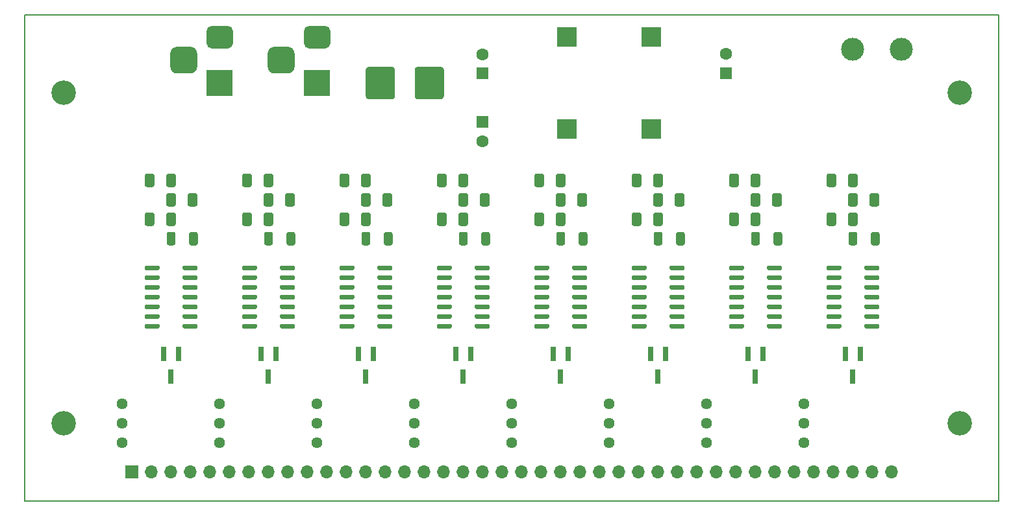
<source format=gbr>
G04 #@! TF.GenerationSoftware,KiCad,Pcbnew,5.1.8+dfsg1-1+b1*
G04 #@! TF.CreationDate,2021-07-09T11:11:43-05:00*
G04 #@! TF.ProjectId,potentiosynth,706f7465-6e74-4696-9f73-796e74682e6b,B*
G04 #@! TF.SameCoordinates,Original*
G04 #@! TF.FileFunction,Soldermask,Top*
G04 #@! TF.FilePolarity,Negative*
%FSLAX46Y46*%
G04 Gerber Fmt 4.6, Leading zero omitted, Abs format (unit mm)*
G04 Created by KiCad (PCBNEW 5.1.8+dfsg1-1+b1) date 2021-07-09 11:11:43*
%MOMM*%
%LPD*%
G01*
G04 APERTURE LIST*
G04 #@! TA.AperFunction,Profile*
%ADD10C,0.150000*%
G04 #@! TD*
%ADD11R,2.500000X2.500000*%
%ADD12C,1.440000*%
%ADD13R,0.800000X1.900000*%
%ADD14R,3.500000X3.500000*%
%ADD15C,3.200000*%
%ADD16O,1.700000X1.700000*%
%ADD17R,1.700000X1.700000*%
%ADD18C,3.000000*%
%ADD19C,1.600000*%
%ADD20R,1.600000X1.600000*%
G04 APERTURE END LIST*
D10*
X50800000Y-127000000D02*
X177800000Y-127000000D01*
X50800000Y-63500000D02*
X177800000Y-63500000D01*
X50800000Y-127000000D02*
X50800000Y-63500000D01*
X177800000Y-127000000D02*
X177800000Y-63500000D01*
G36*
G01*
X95237300Y-74129900D02*
X95237300Y-70650100D01*
G75*
G02*
X95618300Y-70269100I381000J0D01*
G01*
X98666300Y-70269100D01*
G75*
G02*
X99047300Y-70650100I0J-381000D01*
G01*
X99047300Y-74129900D01*
G75*
G02*
X98666300Y-74510900I-381000J0D01*
G01*
X95618300Y-74510900D01*
G75*
G02*
X95237300Y-74129900I0J381000D01*
G01*
G37*
G36*
G01*
X101612700Y-74129900D02*
X101612700Y-70650100D01*
G75*
G02*
X101993700Y-70269100I381000J0D01*
G01*
X105041700Y-70269100D01*
G75*
G02*
X105422700Y-70650100I0J-381000D01*
G01*
X105422700Y-74129900D01*
G75*
G02*
X105041700Y-74510900I-381000J0D01*
G01*
X101993700Y-74510900D01*
G75*
G02*
X101612700Y-74129900I0J381000D01*
G01*
G37*
G36*
G01*
X160250000Y-96670000D02*
X160250000Y-96370000D01*
G75*
G02*
X160400000Y-96220000I150000J0D01*
G01*
X162050000Y-96220000D01*
G75*
G02*
X162200000Y-96370000I0J-150000D01*
G01*
X162200000Y-96670000D01*
G75*
G02*
X162050000Y-96820000I-150000J0D01*
G01*
X160400000Y-96820000D01*
G75*
G02*
X160250000Y-96670000I0J150000D01*
G01*
G37*
G36*
G01*
X160250000Y-97940000D02*
X160250000Y-97640000D01*
G75*
G02*
X160400000Y-97490000I150000J0D01*
G01*
X162050000Y-97490000D01*
G75*
G02*
X162200000Y-97640000I0J-150000D01*
G01*
X162200000Y-97940000D01*
G75*
G02*
X162050000Y-98090000I-150000J0D01*
G01*
X160400000Y-98090000D01*
G75*
G02*
X160250000Y-97940000I0J150000D01*
G01*
G37*
G36*
G01*
X160250000Y-99210000D02*
X160250000Y-98910000D01*
G75*
G02*
X160400000Y-98760000I150000J0D01*
G01*
X162050000Y-98760000D01*
G75*
G02*
X162200000Y-98910000I0J-150000D01*
G01*
X162200000Y-99210000D01*
G75*
G02*
X162050000Y-99360000I-150000J0D01*
G01*
X160400000Y-99360000D01*
G75*
G02*
X160250000Y-99210000I0J150000D01*
G01*
G37*
G36*
G01*
X160250000Y-100480000D02*
X160250000Y-100180000D01*
G75*
G02*
X160400000Y-100030000I150000J0D01*
G01*
X162050000Y-100030000D01*
G75*
G02*
X162200000Y-100180000I0J-150000D01*
G01*
X162200000Y-100480000D01*
G75*
G02*
X162050000Y-100630000I-150000J0D01*
G01*
X160400000Y-100630000D01*
G75*
G02*
X160250000Y-100480000I0J150000D01*
G01*
G37*
G36*
G01*
X160250000Y-101750000D02*
X160250000Y-101450000D01*
G75*
G02*
X160400000Y-101300000I150000J0D01*
G01*
X162050000Y-101300000D01*
G75*
G02*
X162200000Y-101450000I0J-150000D01*
G01*
X162200000Y-101750000D01*
G75*
G02*
X162050000Y-101900000I-150000J0D01*
G01*
X160400000Y-101900000D01*
G75*
G02*
X160250000Y-101750000I0J150000D01*
G01*
G37*
G36*
G01*
X160250000Y-103020000D02*
X160250000Y-102720000D01*
G75*
G02*
X160400000Y-102570000I150000J0D01*
G01*
X162050000Y-102570000D01*
G75*
G02*
X162200000Y-102720000I0J-150000D01*
G01*
X162200000Y-103020000D01*
G75*
G02*
X162050000Y-103170000I-150000J0D01*
G01*
X160400000Y-103170000D01*
G75*
G02*
X160250000Y-103020000I0J150000D01*
G01*
G37*
G36*
G01*
X160250000Y-104290000D02*
X160250000Y-103990000D01*
G75*
G02*
X160400000Y-103840000I150000J0D01*
G01*
X162050000Y-103840000D01*
G75*
G02*
X162200000Y-103990000I0J-150000D01*
G01*
X162200000Y-104290000D01*
G75*
G02*
X162050000Y-104440000I-150000J0D01*
G01*
X160400000Y-104440000D01*
G75*
G02*
X160250000Y-104290000I0J150000D01*
G01*
G37*
G36*
G01*
X155300000Y-104290000D02*
X155300000Y-103990000D01*
G75*
G02*
X155450000Y-103840000I150000J0D01*
G01*
X157100000Y-103840000D01*
G75*
G02*
X157250000Y-103990000I0J-150000D01*
G01*
X157250000Y-104290000D01*
G75*
G02*
X157100000Y-104440000I-150000J0D01*
G01*
X155450000Y-104440000D01*
G75*
G02*
X155300000Y-104290000I0J150000D01*
G01*
G37*
G36*
G01*
X155300000Y-103020000D02*
X155300000Y-102720000D01*
G75*
G02*
X155450000Y-102570000I150000J0D01*
G01*
X157100000Y-102570000D01*
G75*
G02*
X157250000Y-102720000I0J-150000D01*
G01*
X157250000Y-103020000D01*
G75*
G02*
X157100000Y-103170000I-150000J0D01*
G01*
X155450000Y-103170000D01*
G75*
G02*
X155300000Y-103020000I0J150000D01*
G01*
G37*
G36*
G01*
X155300000Y-101750000D02*
X155300000Y-101450000D01*
G75*
G02*
X155450000Y-101300000I150000J0D01*
G01*
X157100000Y-101300000D01*
G75*
G02*
X157250000Y-101450000I0J-150000D01*
G01*
X157250000Y-101750000D01*
G75*
G02*
X157100000Y-101900000I-150000J0D01*
G01*
X155450000Y-101900000D01*
G75*
G02*
X155300000Y-101750000I0J150000D01*
G01*
G37*
G36*
G01*
X155300000Y-100480000D02*
X155300000Y-100180000D01*
G75*
G02*
X155450000Y-100030000I150000J0D01*
G01*
X157100000Y-100030000D01*
G75*
G02*
X157250000Y-100180000I0J-150000D01*
G01*
X157250000Y-100480000D01*
G75*
G02*
X157100000Y-100630000I-150000J0D01*
G01*
X155450000Y-100630000D01*
G75*
G02*
X155300000Y-100480000I0J150000D01*
G01*
G37*
G36*
G01*
X155300000Y-99210000D02*
X155300000Y-98910000D01*
G75*
G02*
X155450000Y-98760000I150000J0D01*
G01*
X157100000Y-98760000D01*
G75*
G02*
X157250000Y-98910000I0J-150000D01*
G01*
X157250000Y-99210000D01*
G75*
G02*
X157100000Y-99360000I-150000J0D01*
G01*
X155450000Y-99360000D01*
G75*
G02*
X155300000Y-99210000I0J150000D01*
G01*
G37*
G36*
G01*
X155300000Y-97940000D02*
X155300000Y-97640000D01*
G75*
G02*
X155450000Y-97490000I150000J0D01*
G01*
X157100000Y-97490000D01*
G75*
G02*
X157250000Y-97640000I0J-150000D01*
G01*
X157250000Y-97940000D01*
G75*
G02*
X157100000Y-98090000I-150000J0D01*
G01*
X155450000Y-98090000D01*
G75*
G02*
X155300000Y-97940000I0J150000D01*
G01*
G37*
G36*
G01*
X155300000Y-96670000D02*
X155300000Y-96370000D01*
G75*
G02*
X155450000Y-96220000I150000J0D01*
G01*
X157100000Y-96220000D01*
G75*
G02*
X157250000Y-96370000I0J-150000D01*
G01*
X157250000Y-96670000D01*
G75*
G02*
X157100000Y-96820000I-150000J0D01*
G01*
X155450000Y-96820000D01*
G75*
G02*
X155300000Y-96670000I0J150000D01*
G01*
G37*
G36*
G01*
X147550000Y-96670000D02*
X147550000Y-96370000D01*
G75*
G02*
X147700000Y-96220000I150000J0D01*
G01*
X149350000Y-96220000D01*
G75*
G02*
X149500000Y-96370000I0J-150000D01*
G01*
X149500000Y-96670000D01*
G75*
G02*
X149350000Y-96820000I-150000J0D01*
G01*
X147700000Y-96820000D01*
G75*
G02*
X147550000Y-96670000I0J150000D01*
G01*
G37*
G36*
G01*
X147550000Y-97940000D02*
X147550000Y-97640000D01*
G75*
G02*
X147700000Y-97490000I150000J0D01*
G01*
X149350000Y-97490000D01*
G75*
G02*
X149500000Y-97640000I0J-150000D01*
G01*
X149500000Y-97940000D01*
G75*
G02*
X149350000Y-98090000I-150000J0D01*
G01*
X147700000Y-98090000D01*
G75*
G02*
X147550000Y-97940000I0J150000D01*
G01*
G37*
G36*
G01*
X147550000Y-99210000D02*
X147550000Y-98910000D01*
G75*
G02*
X147700000Y-98760000I150000J0D01*
G01*
X149350000Y-98760000D01*
G75*
G02*
X149500000Y-98910000I0J-150000D01*
G01*
X149500000Y-99210000D01*
G75*
G02*
X149350000Y-99360000I-150000J0D01*
G01*
X147700000Y-99360000D01*
G75*
G02*
X147550000Y-99210000I0J150000D01*
G01*
G37*
G36*
G01*
X147550000Y-100480000D02*
X147550000Y-100180000D01*
G75*
G02*
X147700000Y-100030000I150000J0D01*
G01*
X149350000Y-100030000D01*
G75*
G02*
X149500000Y-100180000I0J-150000D01*
G01*
X149500000Y-100480000D01*
G75*
G02*
X149350000Y-100630000I-150000J0D01*
G01*
X147700000Y-100630000D01*
G75*
G02*
X147550000Y-100480000I0J150000D01*
G01*
G37*
G36*
G01*
X147550000Y-101750000D02*
X147550000Y-101450000D01*
G75*
G02*
X147700000Y-101300000I150000J0D01*
G01*
X149350000Y-101300000D01*
G75*
G02*
X149500000Y-101450000I0J-150000D01*
G01*
X149500000Y-101750000D01*
G75*
G02*
X149350000Y-101900000I-150000J0D01*
G01*
X147700000Y-101900000D01*
G75*
G02*
X147550000Y-101750000I0J150000D01*
G01*
G37*
G36*
G01*
X147550000Y-103020000D02*
X147550000Y-102720000D01*
G75*
G02*
X147700000Y-102570000I150000J0D01*
G01*
X149350000Y-102570000D01*
G75*
G02*
X149500000Y-102720000I0J-150000D01*
G01*
X149500000Y-103020000D01*
G75*
G02*
X149350000Y-103170000I-150000J0D01*
G01*
X147700000Y-103170000D01*
G75*
G02*
X147550000Y-103020000I0J150000D01*
G01*
G37*
G36*
G01*
X147550000Y-104290000D02*
X147550000Y-103990000D01*
G75*
G02*
X147700000Y-103840000I150000J0D01*
G01*
X149350000Y-103840000D01*
G75*
G02*
X149500000Y-103990000I0J-150000D01*
G01*
X149500000Y-104290000D01*
G75*
G02*
X149350000Y-104440000I-150000J0D01*
G01*
X147700000Y-104440000D01*
G75*
G02*
X147550000Y-104290000I0J150000D01*
G01*
G37*
G36*
G01*
X142600000Y-104290000D02*
X142600000Y-103990000D01*
G75*
G02*
X142750000Y-103840000I150000J0D01*
G01*
X144400000Y-103840000D01*
G75*
G02*
X144550000Y-103990000I0J-150000D01*
G01*
X144550000Y-104290000D01*
G75*
G02*
X144400000Y-104440000I-150000J0D01*
G01*
X142750000Y-104440000D01*
G75*
G02*
X142600000Y-104290000I0J150000D01*
G01*
G37*
G36*
G01*
X142600000Y-103020000D02*
X142600000Y-102720000D01*
G75*
G02*
X142750000Y-102570000I150000J0D01*
G01*
X144400000Y-102570000D01*
G75*
G02*
X144550000Y-102720000I0J-150000D01*
G01*
X144550000Y-103020000D01*
G75*
G02*
X144400000Y-103170000I-150000J0D01*
G01*
X142750000Y-103170000D01*
G75*
G02*
X142600000Y-103020000I0J150000D01*
G01*
G37*
G36*
G01*
X142600000Y-101750000D02*
X142600000Y-101450000D01*
G75*
G02*
X142750000Y-101300000I150000J0D01*
G01*
X144400000Y-101300000D01*
G75*
G02*
X144550000Y-101450000I0J-150000D01*
G01*
X144550000Y-101750000D01*
G75*
G02*
X144400000Y-101900000I-150000J0D01*
G01*
X142750000Y-101900000D01*
G75*
G02*
X142600000Y-101750000I0J150000D01*
G01*
G37*
G36*
G01*
X142600000Y-100480000D02*
X142600000Y-100180000D01*
G75*
G02*
X142750000Y-100030000I150000J0D01*
G01*
X144400000Y-100030000D01*
G75*
G02*
X144550000Y-100180000I0J-150000D01*
G01*
X144550000Y-100480000D01*
G75*
G02*
X144400000Y-100630000I-150000J0D01*
G01*
X142750000Y-100630000D01*
G75*
G02*
X142600000Y-100480000I0J150000D01*
G01*
G37*
G36*
G01*
X142600000Y-99210000D02*
X142600000Y-98910000D01*
G75*
G02*
X142750000Y-98760000I150000J0D01*
G01*
X144400000Y-98760000D01*
G75*
G02*
X144550000Y-98910000I0J-150000D01*
G01*
X144550000Y-99210000D01*
G75*
G02*
X144400000Y-99360000I-150000J0D01*
G01*
X142750000Y-99360000D01*
G75*
G02*
X142600000Y-99210000I0J150000D01*
G01*
G37*
G36*
G01*
X142600000Y-97940000D02*
X142600000Y-97640000D01*
G75*
G02*
X142750000Y-97490000I150000J0D01*
G01*
X144400000Y-97490000D01*
G75*
G02*
X144550000Y-97640000I0J-150000D01*
G01*
X144550000Y-97940000D01*
G75*
G02*
X144400000Y-98090000I-150000J0D01*
G01*
X142750000Y-98090000D01*
G75*
G02*
X142600000Y-97940000I0J150000D01*
G01*
G37*
G36*
G01*
X142600000Y-96670000D02*
X142600000Y-96370000D01*
G75*
G02*
X142750000Y-96220000I150000J0D01*
G01*
X144400000Y-96220000D01*
G75*
G02*
X144550000Y-96370000I0J-150000D01*
G01*
X144550000Y-96670000D01*
G75*
G02*
X144400000Y-96820000I-150000J0D01*
G01*
X142750000Y-96820000D01*
G75*
G02*
X142600000Y-96670000I0J150000D01*
G01*
G37*
G36*
G01*
X134850000Y-96670000D02*
X134850000Y-96370000D01*
G75*
G02*
X135000000Y-96220000I150000J0D01*
G01*
X136650000Y-96220000D01*
G75*
G02*
X136800000Y-96370000I0J-150000D01*
G01*
X136800000Y-96670000D01*
G75*
G02*
X136650000Y-96820000I-150000J0D01*
G01*
X135000000Y-96820000D01*
G75*
G02*
X134850000Y-96670000I0J150000D01*
G01*
G37*
G36*
G01*
X134850000Y-97940000D02*
X134850000Y-97640000D01*
G75*
G02*
X135000000Y-97490000I150000J0D01*
G01*
X136650000Y-97490000D01*
G75*
G02*
X136800000Y-97640000I0J-150000D01*
G01*
X136800000Y-97940000D01*
G75*
G02*
X136650000Y-98090000I-150000J0D01*
G01*
X135000000Y-98090000D01*
G75*
G02*
X134850000Y-97940000I0J150000D01*
G01*
G37*
G36*
G01*
X134850000Y-99210000D02*
X134850000Y-98910000D01*
G75*
G02*
X135000000Y-98760000I150000J0D01*
G01*
X136650000Y-98760000D01*
G75*
G02*
X136800000Y-98910000I0J-150000D01*
G01*
X136800000Y-99210000D01*
G75*
G02*
X136650000Y-99360000I-150000J0D01*
G01*
X135000000Y-99360000D01*
G75*
G02*
X134850000Y-99210000I0J150000D01*
G01*
G37*
G36*
G01*
X134850000Y-100480000D02*
X134850000Y-100180000D01*
G75*
G02*
X135000000Y-100030000I150000J0D01*
G01*
X136650000Y-100030000D01*
G75*
G02*
X136800000Y-100180000I0J-150000D01*
G01*
X136800000Y-100480000D01*
G75*
G02*
X136650000Y-100630000I-150000J0D01*
G01*
X135000000Y-100630000D01*
G75*
G02*
X134850000Y-100480000I0J150000D01*
G01*
G37*
G36*
G01*
X134850000Y-101750000D02*
X134850000Y-101450000D01*
G75*
G02*
X135000000Y-101300000I150000J0D01*
G01*
X136650000Y-101300000D01*
G75*
G02*
X136800000Y-101450000I0J-150000D01*
G01*
X136800000Y-101750000D01*
G75*
G02*
X136650000Y-101900000I-150000J0D01*
G01*
X135000000Y-101900000D01*
G75*
G02*
X134850000Y-101750000I0J150000D01*
G01*
G37*
G36*
G01*
X134850000Y-103020000D02*
X134850000Y-102720000D01*
G75*
G02*
X135000000Y-102570000I150000J0D01*
G01*
X136650000Y-102570000D01*
G75*
G02*
X136800000Y-102720000I0J-150000D01*
G01*
X136800000Y-103020000D01*
G75*
G02*
X136650000Y-103170000I-150000J0D01*
G01*
X135000000Y-103170000D01*
G75*
G02*
X134850000Y-103020000I0J150000D01*
G01*
G37*
G36*
G01*
X134850000Y-104290000D02*
X134850000Y-103990000D01*
G75*
G02*
X135000000Y-103840000I150000J0D01*
G01*
X136650000Y-103840000D01*
G75*
G02*
X136800000Y-103990000I0J-150000D01*
G01*
X136800000Y-104290000D01*
G75*
G02*
X136650000Y-104440000I-150000J0D01*
G01*
X135000000Y-104440000D01*
G75*
G02*
X134850000Y-104290000I0J150000D01*
G01*
G37*
G36*
G01*
X129900000Y-104290000D02*
X129900000Y-103990000D01*
G75*
G02*
X130050000Y-103840000I150000J0D01*
G01*
X131700000Y-103840000D01*
G75*
G02*
X131850000Y-103990000I0J-150000D01*
G01*
X131850000Y-104290000D01*
G75*
G02*
X131700000Y-104440000I-150000J0D01*
G01*
X130050000Y-104440000D01*
G75*
G02*
X129900000Y-104290000I0J150000D01*
G01*
G37*
G36*
G01*
X129900000Y-103020000D02*
X129900000Y-102720000D01*
G75*
G02*
X130050000Y-102570000I150000J0D01*
G01*
X131700000Y-102570000D01*
G75*
G02*
X131850000Y-102720000I0J-150000D01*
G01*
X131850000Y-103020000D01*
G75*
G02*
X131700000Y-103170000I-150000J0D01*
G01*
X130050000Y-103170000D01*
G75*
G02*
X129900000Y-103020000I0J150000D01*
G01*
G37*
G36*
G01*
X129900000Y-101750000D02*
X129900000Y-101450000D01*
G75*
G02*
X130050000Y-101300000I150000J0D01*
G01*
X131700000Y-101300000D01*
G75*
G02*
X131850000Y-101450000I0J-150000D01*
G01*
X131850000Y-101750000D01*
G75*
G02*
X131700000Y-101900000I-150000J0D01*
G01*
X130050000Y-101900000D01*
G75*
G02*
X129900000Y-101750000I0J150000D01*
G01*
G37*
G36*
G01*
X129900000Y-100480000D02*
X129900000Y-100180000D01*
G75*
G02*
X130050000Y-100030000I150000J0D01*
G01*
X131700000Y-100030000D01*
G75*
G02*
X131850000Y-100180000I0J-150000D01*
G01*
X131850000Y-100480000D01*
G75*
G02*
X131700000Y-100630000I-150000J0D01*
G01*
X130050000Y-100630000D01*
G75*
G02*
X129900000Y-100480000I0J150000D01*
G01*
G37*
G36*
G01*
X129900000Y-99210000D02*
X129900000Y-98910000D01*
G75*
G02*
X130050000Y-98760000I150000J0D01*
G01*
X131700000Y-98760000D01*
G75*
G02*
X131850000Y-98910000I0J-150000D01*
G01*
X131850000Y-99210000D01*
G75*
G02*
X131700000Y-99360000I-150000J0D01*
G01*
X130050000Y-99360000D01*
G75*
G02*
X129900000Y-99210000I0J150000D01*
G01*
G37*
G36*
G01*
X129900000Y-97940000D02*
X129900000Y-97640000D01*
G75*
G02*
X130050000Y-97490000I150000J0D01*
G01*
X131700000Y-97490000D01*
G75*
G02*
X131850000Y-97640000I0J-150000D01*
G01*
X131850000Y-97940000D01*
G75*
G02*
X131700000Y-98090000I-150000J0D01*
G01*
X130050000Y-98090000D01*
G75*
G02*
X129900000Y-97940000I0J150000D01*
G01*
G37*
G36*
G01*
X129900000Y-96670000D02*
X129900000Y-96370000D01*
G75*
G02*
X130050000Y-96220000I150000J0D01*
G01*
X131700000Y-96220000D01*
G75*
G02*
X131850000Y-96370000I0J-150000D01*
G01*
X131850000Y-96670000D01*
G75*
G02*
X131700000Y-96820000I-150000J0D01*
G01*
X130050000Y-96820000D01*
G75*
G02*
X129900000Y-96670000I0J150000D01*
G01*
G37*
G36*
G01*
X122150000Y-96670000D02*
X122150000Y-96370000D01*
G75*
G02*
X122300000Y-96220000I150000J0D01*
G01*
X123950000Y-96220000D01*
G75*
G02*
X124100000Y-96370000I0J-150000D01*
G01*
X124100000Y-96670000D01*
G75*
G02*
X123950000Y-96820000I-150000J0D01*
G01*
X122300000Y-96820000D01*
G75*
G02*
X122150000Y-96670000I0J150000D01*
G01*
G37*
G36*
G01*
X122150000Y-97940000D02*
X122150000Y-97640000D01*
G75*
G02*
X122300000Y-97490000I150000J0D01*
G01*
X123950000Y-97490000D01*
G75*
G02*
X124100000Y-97640000I0J-150000D01*
G01*
X124100000Y-97940000D01*
G75*
G02*
X123950000Y-98090000I-150000J0D01*
G01*
X122300000Y-98090000D01*
G75*
G02*
X122150000Y-97940000I0J150000D01*
G01*
G37*
G36*
G01*
X122150000Y-99210000D02*
X122150000Y-98910000D01*
G75*
G02*
X122300000Y-98760000I150000J0D01*
G01*
X123950000Y-98760000D01*
G75*
G02*
X124100000Y-98910000I0J-150000D01*
G01*
X124100000Y-99210000D01*
G75*
G02*
X123950000Y-99360000I-150000J0D01*
G01*
X122300000Y-99360000D01*
G75*
G02*
X122150000Y-99210000I0J150000D01*
G01*
G37*
G36*
G01*
X122150000Y-100480000D02*
X122150000Y-100180000D01*
G75*
G02*
X122300000Y-100030000I150000J0D01*
G01*
X123950000Y-100030000D01*
G75*
G02*
X124100000Y-100180000I0J-150000D01*
G01*
X124100000Y-100480000D01*
G75*
G02*
X123950000Y-100630000I-150000J0D01*
G01*
X122300000Y-100630000D01*
G75*
G02*
X122150000Y-100480000I0J150000D01*
G01*
G37*
G36*
G01*
X122150000Y-101750000D02*
X122150000Y-101450000D01*
G75*
G02*
X122300000Y-101300000I150000J0D01*
G01*
X123950000Y-101300000D01*
G75*
G02*
X124100000Y-101450000I0J-150000D01*
G01*
X124100000Y-101750000D01*
G75*
G02*
X123950000Y-101900000I-150000J0D01*
G01*
X122300000Y-101900000D01*
G75*
G02*
X122150000Y-101750000I0J150000D01*
G01*
G37*
G36*
G01*
X122150000Y-103020000D02*
X122150000Y-102720000D01*
G75*
G02*
X122300000Y-102570000I150000J0D01*
G01*
X123950000Y-102570000D01*
G75*
G02*
X124100000Y-102720000I0J-150000D01*
G01*
X124100000Y-103020000D01*
G75*
G02*
X123950000Y-103170000I-150000J0D01*
G01*
X122300000Y-103170000D01*
G75*
G02*
X122150000Y-103020000I0J150000D01*
G01*
G37*
G36*
G01*
X122150000Y-104290000D02*
X122150000Y-103990000D01*
G75*
G02*
X122300000Y-103840000I150000J0D01*
G01*
X123950000Y-103840000D01*
G75*
G02*
X124100000Y-103990000I0J-150000D01*
G01*
X124100000Y-104290000D01*
G75*
G02*
X123950000Y-104440000I-150000J0D01*
G01*
X122300000Y-104440000D01*
G75*
G02*
X122150000Y-104290000I0J150000D01*
G01*
G37*
G36*
G01*
X117200000Y-104290000D02*
X117200000Y-103990000D01*
G75*
G02*
X117350000Y-103840000I150000J0D01*
G01*
X119000000Y-103840000D01*
G75*
G02*
X119150000Y-103990000I0J-150000D01*
G01*
X119150000Y-104290000D01*
G75*
G02*
X119000000Y-104440000I-150000J0D01*
G01*
X117350000Y-104440000D01*
G75*
G02*
X117200000Y-104290000I0J150000D01*
G01*
G37*
G36*
G01*
X117200000Y-103020000D02*
X117200000Y-102720000D01*
G75*
G02*
X117350000Y-102570000I150000J0D01*
G01*
X119000000Y-102570000D01*
G75*
G02*
X119150000Y-102720000I0J-150000D01*
G01*
X119150000Y-103020000D01*
G75*
G02*
X119000000Y-103170000I-150000J0D01*
G01*
X117350000Y-103170000D01*
G75*
G02*
X117200000Y-103020000I0J150000D01*
G01*
G37*
G36*
G01*
X117200000Y-101750000D02*
X117200000Y-101450000D01*
G75*
G02*
X117350000Y-101300000I150000J0D01*
G01*
X119000000Y-101300000D01*
G75*
G02*
X119150000Y-101450000I0J-150000D01*
G01*
X119150000Y-101750000D01*
G75*
G02*
X119000000Y-101900000I-150000J0D01*
G01*
X117350000Y-101900000D01*
G75*
G02*
X117200000Y-101750000I0J150000D01*
G01*
G37*
G36*
G01*
X117200000Y-100480000D02*
X117200000Y-100180000D01*
G75*
G02*
X117350000Y-100030000I150000J0D01*
G01*
X119000000Y-100030000D01*
G75*
G02*
X119150000Y-100180000I0J-150000D01*
G01*
X119150000Y-100480000D01*
G75*
G02*
X119000000Y-100630000I-150000J0D01*
G01*
X117350000Y-100630000D01*
G75*
G02*
X117200000Y-100480000I0J150000D01*
G01*
G37*
G36*
G01*
X117200000Y-99210000D02*
X117200000Y-98910000D01*
G75*
G02*
X117350000Y-98760000I150000J0D01*
G01*
X119000000Y-98760000D01*
G75*
G02*
X119150000Y-98910000I0J-150000D01*
G01*
X119150000Y-99210000D01*
G75*
G02*
X119000000Y-99360000I-150000J0D01*
G01*
X117350000Y-99360000D01*
G75*
G02*
X117200000Y-99210000I0J150000D01*
G01*
G37*
G36*
G01*
X117200000Y-97940000D02*
X117200000Y-97640000D01*
G75*
G02*
X117350000Y-97490000I150000J0D01*
G01*
X119000000Y-97490000D01*
G75*
G02*
X119150000Y-97640000I0J-150000D01*
G01*
X119150000Y-97940000D01*
G75*
G02*
X119000000Y-98090000I-150000J0D01*
G01*
X117350000Y-98090000D01*
G75*
G02*
X117200000Y-97940000I0J150000D01*
G01*
G37*
G36*
G01*
X117200000Y-96670000D02*
X117200000Y-96370000D01*
G75*
G02*
X117350000Y-96220000I150000J0D01*
G01*
X119000000Y-96220000D01*
G75*
G02*
X119150000Y-96370000I0J-150000D01*
G01*
X119150000Y-96670000D01*
G75*
G02*
X119000000Y-96820000I-150000J0D01*
G01*
X117350000Y-96820000D01*
G75*
G02*
X117200000Y-96670000I0J150000D01*
G01*
G37*
G36*
G01*
X109450000Y-96670000D02*
X109450000Y-96370000D01*
G75*
G02*
X109600000Y-96220000I150000J0D01*
G01*
X111250000Y-96220000D01*
G75*
G02*
X111400000Y-96370000I0J-150000D01*
G01*
X111400000Y-96670000D01*
G75*
G02*
X111250000Y-96820000I-150000J0D01*
G01*
X109600000Y-96820000D01*
G75*
G02*
X109450000Y-96670000I0J150000D01*
G01*
G37*
G36*
G01*
X109450000Y-97940000D02*
X109450000Y-97640000D01*
G75*
G02*
X109600000Y-97490000I150000J0D01*
G01*
X111250000Y-97490000D01*
G75*
G02*
X111400000Y-97640000I0J-150000D01*
G01*
X111400000Y-97940000D01*
G75*
G02*
X111250000Y-98090000I-150000J0D01*
G01*
X109600000Y-98090000D01*
G75*
G02*
X109450000Y-97940000I0J150000D01*
G01*
G37*
G36*
G01*
X109450000Y-99210000D02*
X109450000Y-98910000D01*
G75*
G02*
X109600000Y-98760000I150000J0D01*
G01*
X111250000Y-98760000D01*
G75*
G02*
X111400000Y-98910000I0J-150000D01*
G01*
X111400000Y-99210000D01*
G75*
G02*
X111250000Y-99360000I-150000J0D01*
G01*
X109600000Y-99360000D01*
G75*
G02*
X109450000Y-99210000I0J150000D01*
G01*
G37*
G36*
G01*
X109450000Y-100480000D02*
X109450000Y-100180000D01*
G75*
G02*
X109600000Y-100030000I150000J0D01*
G01*
X111250000Y-100030000D01*
G75*
G02*
X111400000Y-100180000I0J-150000D01*
G01*
X111400000Y-100480000D01*
G75*
G02*
X111250000Y-100630000I-150000J0D01*
G01*
X109600000Y-100630000D01*
G75*
G02*
X109450000Y-100480000I0J150000D01*
G01*
G37*
G36*
G01*
X109450000Y-101750000D02*
X109450000Y-101450000D01*
G75*
G02*
X109600000Y-101300000I150000J0D01*
G01*
X111250000Y-101300000D01*
G75*
G02*
X111400000Y-101450000I0J-150000D01*
G01*
X111400000Y-101750000D01*
G75*
G02*
X111250000Y-101900000I-150000J0D01*
G01*
X109600000Y-101900000D01*
G75*
G02*
X109450000Y-101750000I0J150000D01*
G01*
G37*
G36*
G01*
X109450000Y-103020000D02*
X109450000Y-102720000D01*
G75*
G02*
X109600000Y-102570000I150000J0D01*
G01*
X111250000Y-102570000D01*
G75*
G02*
X111400000Y-102720000I0J-150000D01*
G01*
X111400000Y-103020000D01*
G75*
G02*
X111250000Y-103170000I-150000J0D01*
G01*
X109600000Y-103170000D01*
G75*
G02*
X109450000Y-103020000I0J150000D01*
G01*
G37*
G36*
G01*
X109450000Y-104290000D02*
X109450000Y-103990000D01*
G75*
G02*
X109600000Y-103840000I150000J0D01*
G01*
X111250000Y-103840000D01*
G75*
G02*
X111400000Y-103990000I0J-150000D01*
G01*
X111400000Y-104290000D01*
G75*
G02*
X111250000Y-104440000I-150000J0D01*
G01*
X109600000Y-104440000D01*
G75*
G02*
X109450000Y-104290000I0J150000D01*
G01*
G37*
G36*
G01*
X104500000Y-104290000D02*
X104500000Y-103990000D01*
G75*
G02*
X104650000Y-103840000I150000J0D01*
G01*
X106300000Y-103840000D01*
G75*
G02*
X106450000Y-103990000I0J-150000D01*
G01*
X106450000Y-104290000D01*
G75*
G02*
X106300000Y-104440000I-150000J0D01*
G01*
X104650000Y-104440000D01*
G75*
G02*
X104500000Y-104290000I0J150000D01*
G01*
G37*
G36*
G01*
X104500000Y-103020000D02*
X104500000Y-102720000D01*
G75*
G02*
X104650000Y-102570000I150000J0D01*
G01*
X106300000Y-102570000D01*
G75*
G02*
X106450000Y-102720000I0J-150000D01*
G01*
X106450000Y-103020000D01*
G75*
G02*
X106300000Y-103170000I-150000J0D01*
G01*
X104650000Y-103170000D01*
G75*
G02*
X104500000Y-103020000I0J150000D01*
G01*
G37*
G36*
G01*
X104500000Y-101750000D02*
X104500000Y-101450000D01*
G75*
G02*
X104650000Y-101300000I150000J0D01*
G01*
X106300000Y-101300000D01*
G75*
G02*
X106450000Y-101450000I0J-150000D01*
G01*
X106450000Y-101750000D01*
G75*
G02*
X106300000Y-101900000I-150000J0D01*
G01*
X104650000Y-101900000D01*
G75*
G02*
X104500000Y-101750000I0J150000D01*
G01*
G37*
G36*
G01*
X104500000Y-100480000D02*
X104500000Y-100180000D01*
G75*
G02*
X104650000Y-100030000I150000J0D01*
G01*
X106300000Y-100030000D01*
G75*
G02*
X106450000Y-100180000I0J-150000D01*
G01*
X106450000Y-100480000D01*
G75*
G02*
X106300000Y-100630000I-150000J0D01*
G01*
X104650000Y-100630000D01*
G75*
G02*
X104500000Y-100480000I0J150000D01*
G01*
G37*
G36*
G01*
X104500000Y-99210000D02*
X104500000Y-98910000D01*
G75*
G02*
X104650000Y-98760000I150000J0D01*
G01*
X106300000Y-98760000D01*
G75*
G02*
X106450000Y-98910000I0J-150000D01*
G01*
X106450000Y-99210000D01*
G75*
G02*
X106300000Y-99360000I-150000J0D01*
G01*
X104650000Y-99360000D01*
G75*
G02*
X104500000Y-99210000I0J150000D01*
G01*
G37*
G36*
G01*
X104500000Y-97940000D02*
X104500000Y-97640000D01*
G75*
G02*
X104650000Y-97490000I150000J0D01*
G01*
X106300000Y-97490000D01*
G75*
G02*
X106450000Y-97640000I0J-150000D01*
G01*
X106450000Y-97940000D01*
G75*
G02*
X106300000Y-98090000I-150000J0D01*
G01*
X104650000Y-98090000D01*
G75*
G02*
X104500000Y-97940000I0J150000D01*
G01*
G37*
G36*
G01*
X104500000Y-96670000D02*
X104500000Y-96370000D01*
G75*
G02*
X104650000Y-96220000I150000J0D01*
G01*
X106300000Y-96220000D01*
G75*
G02*
X106450000Y-96370000I0J-150000D01*
G01*
X106450000Y-96670000D01*
G75*
G02*
X106300000Y-96820000I-150000J0D01*
G01*
X104650000Y-96820000D01*
G75*
G02*
X104500000Y-96670000I0J150000D01*
G01*
G37*
G36*
G01*
X96750000Y-96670000D02*
X96750000Y-96370000D01*
G75*
G02*
X96900000Y-96220000I150000J0D01*
G01*
X98550000Y-96220000D01*
G75*
G02*
X98700000Y-96370000I0J-150000D01*
G01*
X98700000Y-96670000D01*
G75*
G02*
X98550000Y-96820000I-150000J0D01*
G01*
X96900000Y-96820000D01*
G75*
G02*
X96750000Y-96670000I0J150000D01*
G01*
G37*
G36*
G01*
X96750000Y-97940000D02*
X96750000Y-97640000D01*
G75*
G02*
X96900000Y-97490000I150000J0D01*
G01*
X98550000Y-97490000D01*
G75*
G02*
X98700000Y-97640000I0J-150000D01*
G01*
X98700000Y-97940000D01*
G75*
G02*
X98550000Y-98090000I-150000J0D01*
G01*
X96900000Y-98090000D01*
G75*
G02*
X96750000Y-97940000I0J150000D01*
G01*
G37*
G36*
G01*
X96750000Y-99210000D02*
X96750000Y-98910000D01*
G75*
G02*
X96900000Y-98760000I150000J0D01*
G01*
X98550000Y-98760000D01*
G75*
G02*
X98700000Y-98910000I0J-150000D01*
G01*
X98700000Y-99210000D01*
G75*
G02*
X98550000Y-99360000I-150000J0D01*
G01*
X96900000Y-99360000D01*
G75*
G02*
X96750000Y-99210000I0J150000D01*
G01*
G37*
G36*
G01*
X96750000Y-100480000D02*
X96750000Y-100180000D01*
G75*
G02*
X96900000Y-100030000I150000J0D01*
G01*
X98550000Y-100030000D01*
G75*
G02*
X98700000Y-100180000I0J-150000D01*
G01*
X98700000Y-100480000D01*
G75*
G02*
X98550000Y-100630000I-150000J0D01*
G01*
X96900000Y-100630000D01*
G75*
G02*
X96750000Y-100480000I0J150000D01*
G01*
G37*
G36*
G01*
X96750000Y-101750000D02*
X96750000Y-101450000D01*
G75*
G02*
X96900000Y-101300000I150000J0D01*
G01*
X98550000Y-101300000D01*
G75*
G02*
X98700000Y-101450000I0J-150000D01*
G01*
X98700000Y-101750000D01*
G75*
G02*
X98550000Y-101900000I-150000J0D01*
G01*
X96900000Y-101900000D01*
G75*
G02*
X96750000Y-101750000I0J150000D01*
G01*
G37*
G36*
G01*
X96750000Y-103020000D02*
X96750000Y-102720000D01*
G75*
G02*
X96900000Y-102570000I150000J0D01*
G01*
X98550000Y-102570000D01*
G75*
G02*
X98700000Y-102720000I0J-150000D01*
G01*
X98700000Y-103020000D01*
G75*
G02*
X98550000Y-103170000I-150000J0D01*
G01*
X96900000Y-103170000D01*
G75*
G02*
X96750000Y-103020000I0J150000D01*
G01*
G37*
G36*
G01*
X96750000Y-104290000D02*
X96750000Y-103990000D01*
G75*
G02*
X96900000Y-103840000I150000J0D01*
G01*
X98550000Y-103840000D01*
G75*
G02*
X98700000Y-103990000I0J-150000D01*
G01*
X98700000Y-104290000D01*
G75*
G02*
X98550000Y-104440000I-150000J0D01*
G01*
X96900000Y-104440000D01*
G75*
G02*
X96750000Y-104290000I0J150000D01*
G01*
G37*
G36*
G01*
X91800000Y-104290000D02*
X91800000Y-103990000D01*
G75*
G02*
X91950000Y-103840000I150000J0D01*
G01*
X93600000Y-103840000D01*
G75*
G02*
X93750000Y-103990000I0J-150000D01*
G01*
X93750000Y-104290000D01*
G75*
G02*
X93600000Y-104440000I-150000J0D01*
G01*
X91950000Y-104440000D01*
G75*
G02*
X91800000Y-104290000I0J150000D01*
G01*
G37*
G36*
G01*
X91800000Y-103020000D02*
X91800000Y-102720000D01*
G75*
G02*
X91950000Y-102570000I150000J0D01*
G01*
X93600000Y-102570000D01*
G75*
G02*
X93750000Y-102720000I0J-150000D01*
G01*
X93750000Y-103020000D01*
G75*
G02*
X93600000Y-103170000I-150000J0D01*
G01*
X91950000Y-103170000D01*
G75*
G02*
X91800000Y-103020000I0J150000D01*
G01*
G37*
G36*
G01*
X91800000Y-101750000D02*
X91800000Y-101450000D01*
G75*
G02*
X91950000Y-101300000I150000J0D01*
G01*
X93600000Y-101300000D01*
G75*
G02*
X93750000Y-101450000I0J-150000D01*
G01*
X93750000Y-101750000D01*
G75*
G02*
X93600000Y-101900000I-150000J0D01*
G01*
X91950000Y-101900000D01*
G75*
G02*
X91800000Y-101750000I0J150000D01*
G01*
G37*
G36*
G01*
X91800000Y-100480000D02*
X91800000Y-100180000D01*
G75*
G02*
X91950000Y-100030000I150000J0D01*
G01*
X93600000Y-100030000D01*
G75*
G02*
X93750000Y-100180000I0J-150000D01*
G01*
X93750000Y-100480000D01*
G75*
G02*
X93600000Y-100630000I-150000J0D01*
G01*
X91950000Y-100630000D01*
G75*
G02*
X91800000Y-100480000I0J150000D01*
G01*
G37*
G36*
G01*
X91800000Y-99210000D02*
X91800000Y-98910000D01*
G75*
G02*
X91950000Y-98760000I150000J0D01*
G01*
X93600000Y-98760000D01*
G75*
G02*
X93750000Y-98910000I0J-150000D01*
G01*
X93750000Y-99210000D01*
G75*
G02*
X93600000Y-99360000I-150000J0D01*
G01*
X91950000Y-99360000D01*
G75*
G02*
X91800000Y-99210000I0J150000D01*
G01*
G37*
G36*
G01*
X91800000Y-97940000D02*
X91800000Y-97640000D01*
G75*
G02*
X91950000Y-97490000I150000J0D01*
G01*
X93600000Y-97490000D01*
G75*
G02*
X93750000Y-97640000I0J-150000D01*
G01*
X93750000Y-97940000D01*
G75*
G02*
X93600000Y-98090000I-150000J0D01*
G01*
X91950000Y-98090000D01*
G75*
G02*
X91800000Y-97940000I0J150000D01*
G01*
G37*
G36*
G01*
X91800000Y-96670000D02*
X91800000Y-96370000D01*
G75*
G02*
X91950000Y-96220000I150000J0D01*
G01*
X93600000Y-96220000D01*
G75*
G02*
X93750000Y-96370000I0J-150000D01*
G01*
X93750000Y-96670000D01*
G75*
G02*
X93600000Y-96820000I-150000J0D01*
G01*
X91950000Y-96820000D01*
G75*
G02*
X91800000Y-96670000I0J150000D01*
G01*
G37*
G36*
G01*
X84050000Y-96670000D02*
X84050000Y-96370000D01*
G75*
G02*
X84200000Y-96220000I150000J0D01*
G01*
X85850000Y-96220000D01*
G75*
G02*
X86000000Y-96370000I0J-150000D01*
G01*
X86000000Y-96670000D01*
G75*
G02*
X85850000Y-96820000I-150000J0D01*
G01*
X84200000Y-96820000D01*
G75*
G02*
X84050000Y-96670000I0J150000D01*
G01*
G37*
G36*
G01*
X84050000Y-97940000D02*
X84050000Y-97640000D01*
G75*
G02*
X84200000Y-97490000I150000J0D01*
G01*
X85850000Y-97490000D01*
G75*
G02*
X86000000Y-97640000I0J-150000D01*
G01*
X86000000Y-97940000D01*
G75*
G02*
X85850000Y-98090000I-150000J0D01*
G01*
X84200000Y-98090000D01*
G75*
G02*
X84050000Y-97940000I0J150000D01*
G01*
G37*
G36*
G01*
X84050000Y-99210000D02*
X84050000Y-98910000D01*
G75*
G02*
X84200000Y-98760000I150000J0D01*
G01*
X85850000Y-98760000D01*
G75*
G02*
X86000000Y-98910000I0J-150000D01*
G01*
X86000000Y-99210000D01*
G75*
G02*
X85850000Y-99360000I-150000J0D01*
G01*
X84200000Y-99360000D01*
G75*
G02*
X84050000Y-99210000I0J150000D01*
G01*
G37*
G36*
G01*
X84050000Y-100480000D02*
X84050000Y-100180000D01*
G75*
G02*
X84200000Y-100030000I150000J0D01*
G01*
X85850000Y-100030000D01*
G75*
G02*
X86000000Y-100180000I0J-150000D01*
G01*
X86000000Y-100480000D01*
G75*
G02*
X85850000Y-100630000I-150000J0D01*
G01*
X84200000Y-100630000D01*
G75*
G02*
X84050000Y-100480000I0J150000D01*
G01*
G37*
G36*
G01*
X84050000Y-101750000D02*
X84050000Y-101450000D01*
G75*
G02*
X84200000Y-101300000I150000J0D01*
G01*
X85850000Y-101300000D01*
G75*
G02*
X86000000Y-101450000I0J-150000D01*
G01*
X86000000Y-101750000D01*
G75*
G02*
X85850000Y-101900000I-150000J0D01*
G01*
X84200000Y-101900000D01*
G75*
G02*
X84050000Y-101750000I0J150000D01*
G01*
G37*
G36*
G01*
X84050000Y-103020000D02*
X84050000Y-102720000D01*
G75*
G02*
X84200000Y-102570000I150000J0D01*
G01*
X85850000Y-102570000D01*
G75*
G02*
X86000000Y-102720000I0J-150000D01*
G01*
X86000000Y-103020000D01*
G75*
G02*
X85850000Y-103170000I-150000J0D01*
G01*
X84200000Y-103170000D01*
G75*
G02*
X84050000Y-103020000I0J150000D01*
G01*
G37*
G36*
G01*
X84050000Y-104290000D02*
X84050000Y-103990000D01*
G75*
G02*
X84200000Y-103840000I150000J0D01*
G01*
X85850000Y-103840000D01*
G75*
G02*
X86000000Y-103990000I0J-150000D01*
G01*
X86000000Y-104290000D01*
G75*
G02*
X85850000Y-104440000I-150000J0D01*
G01*
X84200000Y-104440000D01*
G75*
G02*
X84050000Y-104290000I0J150000D01*
G01*
G37*
G36*
G01*
X79100000Y-104290000D02*
X79100000Y-103990000D01*
G75*
G02*
X79250000Y-103840000I150000J0D01*
G01*
X80900000Y-103840000D01*
G75*
G02*
X81050000Y-103990000I0J-150000D01*
G01*
X81050000Y-104290000D01*
G75*
G02*
X80900000Y-104440000I-150000J0D01*
G01*
X79250000Y-104440000D01*
G75*
G02*
X79100000Y-104290000I0J150000D01*
G01*
G37*
G36*
G01*
X79100000Y-103020000D02*
X79100000Y-102720000D01*
G75*
G02*
X79250000Y-102570000I150000J0D01*
G01*
X80900000Y-102570000D01*
G75*
G02*
X81050000Y-102720000I0J-150000D01*
G01*
X81050000Y-103020000D01*
G75*
G02*
X80900000Y-103170000I-150000J0D01*
G01*
X79250000Y-103170000D01*
G75*
G02*
X79100000Y-103020000I0J150000D01*
G01*
G37*
G36*
G01*
X79100000Y-101750000D02*
X79100000Y-101450000D01*
G75*
G02*
X79250000Y-101300000I150000J0D01*
G01*
X80900000Y-101300000D01*
G75*
G02*
X81050000Y-101450000I0J-150000D01*
G01*
X81050000Y-101750000D01*
G75*
G02*
X80900000Y-101900000I-150000J0D01*
G01*
X79250000Y-101900000D01*
G75*
G02*
X79100000Y-101750000I0J150000D01*
G01*
G37*
G36*
G01*
X79100000Y-100480000D02*
X79100000Y-100180000D01*
G75*
G02*
X79250000Y-100030000I150000J0D01*
G01*
X80900000Y-100030000D01*
G75*
G02*
X81050000Y-100180000I0J-150000D01*
G01*
X81050000Y-100480000D01*
G75*
G02*
X80900000Y-100630000I-150000J0D01*
G01*
X79250000Y-100630000D01*
G75*
G02*
X79100000Y-100480000I0J150000D01*
G01*
G37*
G36*
G01*
X79100000Y-99210000D02*
X79100000Y-98910000D01*
G75*
G02*
X79250000Y-98760000I150000J0D01*
G01*
X80900000Y-98760000D01*
G75*
G02*
X81050000Y-98910000I0J-150000D01*
G01*
X81050000Y-99210000D01*
G75*
G02*
X80900000Y-99360000I-150000J0D01*
G01*
X79250000Y-99360000D01*
G75*
G02*
X79100000Y-99210000I0J150000D01*
G01*
G37*
G36*
G01*
X79100000Y-97940000D02*
X79100000Y-97640000D01*
G75*
G02*
X79250000Y-97490000I150000J0D01*
G01*
X80900000Y-97490000D01*
G75*
G02*
X81050000Y-97640000I0J-150000D01*
G01*
X81050000Y-97940000D01*
G75*
G02*
X80900000Y-98090000I-150000J0D01*
G01*
X79250000Y-98090000D01*
G75*
G02*
X79100000Y-97940000I0J150000D01*
G01*
G37*
G36*
G01*
X79100000Y-96670000D02*
X79100000Y-96370000D01*
G75*
G02*
X79250000Y-96220000I150000J0D01*
G01*
X80900000Y-96220000D01*
G75*
G02*
X81050000Y-96370000I0J-150000D01*
G01*
X81050000Y-96670000D01*
G75*
G02*
X80900000Y-96820000I-150000J0D01*
G01*
X79250000Y-96820000D01*
G75*
G02*
X79100000Y-96670000I0J150000D01*
G01*
G37*
G36*
G01*
X71350000Y-96670000D02*
X71350000Y-96370000D01*
G75*
G02*
X71500000Y-96220000I150000J0D01*
G01*
X73150000Y-96220000D01*
G75*
G02*
X73300000Y-96370000I0J-150000D01*
G01*
X73300000Y-96670000D01*
G75*
G02*
X73150000Y-96820000I-150000J0D01*
G01*
X71500000Y-96820000D01*
G75*
G02*
X71350000Y-96670000I0J150000D01*
G01*
G37*
G36*
G01*
X71350000Y-97940000D02*
X71350000Y-97640000D01*
G75*
G02*
X71500000Y-97490000I150000J0D01*
G01*
X73150000Y-97490000D01*
G75*
G02*
X73300000Y-97640000I0J-150000D01*
G01*
X73300000Y-97940000D01*
G75*
G02*
X73150000Y-98090000I-150000J0D01*
G01*
X71500000Y-98090000D01*
G75*
G02*
X71350000Y-97940000I0J150000D01*
G01*
G37*
G36*
G01*
X71350000Y-99210000D02*
X71350000Y-98910000D01*
G75*
G02*
X71500000Y-98760000I150000J0D01*
G01*
X73150000Y-98760000D01*
G75*
G02*
X73300000Y-98910000I0J-150000D01*
G01*
X73300000Y-99210000D01*
G75*
G02*
X73150000Y-99360000I-150000J0D01*
G01*
X71500000Y-99360000D01*
G75*
G02*
X71350000Y-99210000I0J150000D01*
G01*
G37*
G36*
G01*
X71350000Y-100480000D02*
X71350000Y-100180000D01*
G75*
G02*
X71500000Y-100030000I150000J0D01*
G01*
X73150000Y-100030000D01*
G75*
G02*
X73300000Y-100180000I0J-150000D01*
G01*
X73300000Y-100480000D01*
G75*
G02*
X73150000Y-100630000I-150000J0D01*
G01*
X71500000Y-100630000D01*
G75*
G02*
X71350000Y-100480000I0J150000D01*
G01*
G37*
G36*
G01*
X71350000Y-101750000D02*
X71350000Y-101450000D01*
G75*
G02*
X71500000Y-101300000I150000J0D01*
G01*
X73150000Y-101300000D01*
G75*
G02*
X73300000Y-101450000I0J-150000D01*
G01*
X73300000Y-101750000D01*
G75*
G02*
X73150000Y-101900000I-150000J0D01*
G01*
X71500000Y-101900000D01*
G75*
G02*
X71350000Y-101750000I0J150000D01*
G01*
G37*
G36*
G01*
X71350000Y-103020000D02*
X71350000Y-102720000D01*
G75*
G02*
X71500000Y-102570000I150000J0D01*
G01*
X73150000Y-102570000D01*
G75*
G02*
X73300000Y-102720000I0J-150000D01*
G01*
X73300000Y-103020000D01*
G75*
G02*
X73150000Y-103170000I-150000J0D01*
G01*
X71500000Y-103170000D01*
G75*
G02*
X71350000Y-103020000I0J150000D01*
G01*
G37*
G36*
G01*
X71350000Y-104290000D02*
X71350000Y-103990000D01*
G75*
G02*
X71500000Y-103840000I150000J0D01*
G01*
X73150000Y-103840000D01*
G75*
G02*
X73300000Y-103990000I0J-150000D01*
G01*
X73300000Y-104290000D01*
G75*
G02*
X73150000Y-104440000I-150000J0D01*
G01*
X71500000Y-104440000D01*
G75*
G02*
X71350000Y-104290000I0J150000D01*
G01*
G37*
G36*
G01*
X66400000Y-104290000D02*
X66400000Y-103990000D01*
G75*
G02*
X66550000Y-103840000I150000J0D01*
G01*
X68200000Y-103840000D01*
G75*
G02*
X68350000Y-103990000I0J-150000D01*
G01*
X68350000Y-104290000D01*
G75*
G02*
X68200000Y-104440000I-150000J0D01*
G01*
X66550000Y-104440000D01*
G75*
G02*
X66400000Y-104290000I0J150000D01*
G01*
G37*
G36*
G01*
X66400000Y-103020000D02*
X66400000Y-102720000D01*
G75*
G02*
X66550000Y-102570000I150000J0D01*
G01*
X68200000Y-102570000D01*
G75*
G02*
X68350000Y-102720000I0J-150000D01*
G01*
X68350000Y-103020000D01*
G75*
G02*
X68200000Y-103170000I-150000J0D01*
G01*
X66550000Y-103170000D01*
G75*
G02*
X66400000Y-103020000I0J150000D01*
G01*
G37*
G36*
G01*
X66400000Y-101750000D02*
X66400000Y-101450000D01*
G75*
G02*
X66550000Y-101300000I150000J0D01*
G01*
X68200000Y-101300000D01*
G75*
G02*
X68350000Y-101450000I0J-150000D01*
G01*
X68350000Y-101750000D01*
G75*
G02*
X68200000Y-101900000I-150000J0D01*
G01*
X66550000Y-101900000D01*
G75*
G02*
X66400000Y-101750000I0J150000D01*
G01*
G37*
G36*
G01*
X66400000Y-100480000D02*
X66400000Y-100180000D01*
G75*
G02*
X66550000Y-100030000I150000J0D01*
G01*
X68200000Y-100030000D01*
G75*
G02*
X68350000Y-100180000I0J-150000D01*
G01*
X68350000Y-100480000D01*
G75*
G02*
X68200000Y-100630000I-150000J0D01*
G01*
X66550000Y-100630000D01*
G75*
G02*
X66400000Y-100480000I0J150000D01*
G01*
G37*
G36*
G01*
X66400000Y-99210000D02*
X66400000Y-98910000D01*
G75*
G02*
X66550000Y-98760000I150000J0D01*
G01*
X68200000Y-98760000D01*
G75*
G02*
X68350000Y-98910000I0J-150000D01*
G01*
X68350000Y-99210000D01*
G75*
G02*
X68200000Y-99360000I-150000J0D01*
G01*
X66550000Y-99360000D01*
G75*
G02*
X66400000Y-99210000I0J150000D01*
G01*
G37*
G36*
G01*
X66400000Y-97940000D02*
X66400000Y-97640000D01*
G75*
G02*
X66550000Y-97490000I150000J0D01*
G01*
X68200000Y-97490000D01*
G75*
G02*
X68350000Y-97640000I0J-150000D01*
G01*
X68350000Y-97940000D01*
G75*
G02*
X68200000Y-98090000I-150000J0D01*
G01*
X66550000Y-98090000D01*
G75*
G02*
X66400000Y-97940000I0J150000D01*
G01*
G37*
G36*
G01*
X66400000Y-96670000D02*
X66400000Y-96370000D01*
G75*
G02*
X66550000Y-96220000I150000J0D01*
G01*
X68200000Y-96220000D01*
G75*
G02*
X68350000Y-96370000I0J-150000D01*
G01*
X68350000Y-96670000D01*
G75*
G02*
X68200000Y-96820000I-150000J0D01*
G01*
X66550000Y-96820000D01*
G75*
G02*
X66400000Y-96670000I0J150000D01*
G01*
G37*
D11*
X121500000Y-78390000D03*
X132500000Y-78390000D03*
X132500000Y-66390000D03*
X121500000Y-66390000D03*
D12*
X114300000Y-119380000D03*
X114300000Y-116840000D03*
X114300000Y-114300000D03*
X63500000Y-119380000D03*
X63500000Y-116840000D03*
X63500000Y-114300000D03*
D13*
X158750000Y-110720000D03*
X157800000Y-107720000D03*
X159700000Y-107720000D03*
X146050000Y-110720000D03*
X145100000Y-107720000D03*
X147000000Y-107720000D03*
X133350000Y-110720000D03*
X132400000Y-107720000D03*
X134300000Y-107720000D03*
X120650000Y-110720000D03*
X119700000Y-107720000D03*
X121600000Y-107720000D03*
X107950000Y-110720000D03*
X107000000Y-107720000D03*
X108900000Y-107720000D03*
X95250000Y-110720000D03*
X94300000Y-107720000D03*
X96200000Y-107720000D03*
X82550000Y-110720000D03*
X81600000Y-107720000D03*
X83500000Y-107720000D03*
X69850000Y-110720000D03*
X68900000Y-107720000D03*
X70800000Y-107720000D03*
G36*
G01*
X161112500Y-93335003D02*
X161112500Y-92084997D01*
G75*
G02*
X161362497Y-91835000I249997J0D01*
G01*
X161987503Y-91835000D01*
G75*
G02*
X162237500Y-92084997I0J-249997D01*
G01*
X162237500Y-93335003D01*
G75*
G02*
X161987503Y-93585000I-249997J0D01*
G01*
X161362497Y-93585000D01*
G75*
G02*
X161112500Y-93335003I0J249997D01*
G01*
G37*
G36*
G01*
X158187500Y-93335003D02*
X158187500Y-92084997D01*
G75*
G02*
X158437497Y-91835000I249997J0D01*
G01*
X159062503Y-91835000D01*
G75*
G02*
X159312500Y-92084997I0J-249997D01*
G01*
X159312500Y-93335003D01*
G75*
G02*
X159062503Y-93585000I-249997J0D01*
G01*
X158437497Y-93585000D01*
G75*
G02*
X158187500Y-93335003I0J249997D01*
G01*
G37*
G36*
G01*
X148412500Y-93335003D02*
X148412500Y-92084997D01*
G75*
G02*
X148662497Y-91835000I249997J0D01*
G01*
X149287503Y-91835000D01*
G75*
G02*
X149537500Y-92084997I0J-249997D01*
G01*
X149537500Y-93335003D01*
G75*
G02*
X149287503Y-93585000I-249997J0D01*
G01*
X148662497Y-93585000D01*
G75*
G02*
X148412500Y-93335003I0J249997D01*
G01*
G37*
G36*
G01*
X145487500Y-93335003D02*
X145487500Y-92084997D01*
G75*
G02*
X145737497Y-91835000I249997J0D01*
G01*
X146362503Y-91835000D01*
G75*
G02*
X146612500Y-92084997I0J-249997D01*
G01*
X146612500Y-93335003D01*
G75*
G02*
X146362503Y-93585000I-249997J0D01*
G01*
X145737497Y-93585000D01*
G75*
G02*
X145487500Y-93335003I0J249997D01*
G01*
G37*
G36*
G01*
X135712500Y-93335003D02*
X135712500Y-92084997D01*
G75*
G02*
X135962497Y-91835000I249997J0D01*
G01*
X136587503Y-91835000D01*
G75*
G02*
X136837500Y-92084997I0J-249997D01*
G01*
X136837500Y-93335003D01*
G75*
G02*
X136587503Y-93585000I-249997J0D01*
G01*
X135962497Y-93585000D01*
G75*
G02*
X135712500Y-93335003I0J249997D01*
G01*
G37*
G36*
G01*
X132787500Y-93335003D02*
X132787500Y-92084997D01*
G75*
G02*
X133037497Y-91835000I249997J0D01*
G01*
X133662503Y-91835000D01*
G75*
G02*
X133912500Y-92084997I0J-249997D01*
G01*
X133912500Y-93335003D01*
G75*
G02*
X133662503Y-93585000I-249997J0D01*
G01*
X133037497Y-93585000D01*
G75*
G02*
X132787500Y-93335003I0J249997D01*
G01*
G37*
G36*
G01*
X123012500Y-93335003D02*
X123012500Y-92084997D01*
G75*
G02*
X123262497Y-91835000I249997J0D01*
G01*
X123887503Y-91835000D01*
G75*
G02*
X124137500Y-92084997I0J-249997D01*
G01*
X124137500Y-93335003D01*
G75*
G02*
X123887503Y-93585000I-249997J0D01*
G01*
X123262497Y-93585000D01*
G75*
G02*
X123012500Y-93335003I0J249997D01*
G01*
G37*
G36*
G01*
X120087500Y-93335003D02*
X120087500Y-92084997D01*
G75*
G02*
X120337497Y-91835000I249997J0D01*
G01*
X120962503Y-91835000D01*
G75*
G02*
X121212500Y-92084997I0J-249997D01*
G01*
X121212500Y-93335003D01*
G75*
G02*
X120962503Y-93585000I-249997J0D01*
G01*
X120337497Y-93585000D01*
G75*
G02*
X120087500Y-93335003I0J249997D01*
G01*
G37*
G36*
G01*
X110312500Y-93335003D02*
X110312500Y-92084997D01*
G75*
G02*
X110562497Y-91835000I249997J0D01*
G01*
X111187503Y-91835000D01*
G75*
G02*
X111437500Y-92084997I0J-249997D01*
G01*
X111437500Y-93335003D01*
G75*
G02*
X111187503Y-93585000I-249997J0D01*
G01*
X110562497Y-93585000D01*
G75*
G02*
X110312500Y-93335003I0J249997D01*
G01*
G37*
G36*
G01*
X107387500Y-93335003D02*
X107387500Y-92084997D01*
G75*
G02*
X107637497Y-91835000I249997J0D01*
G01*
X108262503Y-91835000D01*
G75*
G02*
X108512500Y-92084997I0J-249997D01*
G01*
X108512500Y-93335003D01*
G75*
G02*
X108262503Y-93585000I-249997J0D01*
G01*
X107637497Y-93585000D01*
G75*
G02*
X107387500Y-93335003I0J249997D01*
G01*
G37*
G36*
G01*
X97612500Y-93335003D02*
X97612500Y-92084997D01*
G75*
G02*
X97862497Y-91835000I249997J0D01*
G01*
X98487503Y-91835000D01*
G75*
G02*
X98737500Y-92084997I0J-249997D01*
G01*
X98737500Y-93335003D01*
G75*
G02*
X98487503Y-93585000I-249997J0D01*
G01*
X97862497Y-93585000D01*
G75*
G02*
X97612500Y-93335003I0J249997D01*
G01*
G37*
G36*
G01*
X94687500Y-93335003D02*
X94687500Y-92084997D01*
G75*
G02*
X94937497Y-91835000I249997J0D01*
G01*
X95562503Y-91835000D01*
G75*
G02*
X95812500Y-92084997I0J-249997D01*
G01*
X95812500Y-93335003D01*
G75*
G02*
X95562503Y-93585000I-249997J0D01*
G01*
X94937497Y-93585000D01*
G75*
G02*
X94687500Y-93335003I0J249997D01*
G01*
G37*
G36*
G01*
X84912500Y-93335003D02*
X84912500Y-92084997D01*
G75*
G02*
X85162497Y-91835000I249997J0D01*
G01*
X85787503Y-91835000D01*
G75*
G02*
X86037500Y-92084997I0J-249997D01*
G01*
X86037500Y-93335003D01*
G75*
G02*
X85787503Y-93585000I-249997J0D01*
G01*
X85162497Y-93585000D01*
G75*
G02*
X84912500Y-93335003I0J249997D01*
G01*
G37*
G36*
G01*
X81987500Y-93335003D02*
X81987500Y-92084997D01*
G75*
G02*
X82237497Y-91835000I249997J0D01*
G01*
X82862503Y-91835000D01*
G75*
G02*
X83112500Y-92084997I0J-249997D01*
G01*
X83112500Y-93335003D01*
G75*
G02*
X82862503Y-93585000I-249997J0D01*
G01*
X82237497Y-93585000D01*
G75*
G02*
X81987500Y-93335003I0J249997D01*
G01*
G37*
G36*
G01*
X72212500Y-93335003D02*
X72212500Y-92084997D01*
G75*
G02*
X72462497Y-91835000I249997J0D01*
G01*
X73087503Y-91835000D01*
G75*
G02*
X73337500Y-92084997I0J-249997D01*
G01*
X73337500Y-93335003D01*
G75*
G02*
X73087503Y-93585000I-249997J0D01*
G01*
X72462497Y-93585000D01*
G75*
G02*
X72212500Y-93335003I0J249997D01*
G01*
G37*
G36*
G01*
X69287500Y-93335003D02*
X69287500Y-92084997D01*
G75*
G02*
X69537497Y-91835000I249997J0D01*
G01*
X70162503Y-91835000D01*
G75*
G02*
X70412500Y-92084997I0J-249997D01*
G01*
X70412500Y-93335003D01*
G75*
G02*
X70162503Y-93585000I-249997J0D01*
G01*
X69537497Y-93585000D01*
G75*
G02*
X69287500Y-93335003I0J249997D01*
G01*
G37*
D12*
X127000000Y-119380000D03*
X127000000Y-116840000D03*
X127000000Y-114300000D03*
X88900000Y-119380000D03*
X88900000Y-116840000D03*
X88900000Y-114300000D03*
X76200000Y-119380000D03*
X76200000Y-116840000D03*
X76200000Y-114300000D03*
X101600000Y-119380000D03*
X101600000Y-116840000D03*
X101600000Y-114300000D03*
X152400000Y-119380000D03*
X152400000Y-116840000D03*
X152400000Y-114300000D03*
X139700000Y-119380000D03*
X139700000Y-116840000D03*
X139700000Y-114300000D03*
G36*
G01*
X156575000Y-84465000D02*
X156575000Y-85715000D01*
G75*
G02*
X156325000Y-85965000I-250000J0D01*
G01*
X155575000Y-85965000D01*
G75*
G02*
X155325000Y-85715000I0J250000D01*
G01*
X155325000Y-84465000D01*
G75*
G02*
X155575000Y-84215000I250000J0D01*
G01*
X156325000Y-84215000D01*
G75*
G02*
X156575000Y-84465000I0J-250000D01*
G01*
G37*
G36*
G01*
X159375000Y-84465000D02*
X159375000Y-85715000D01*
G75*
G02*
X159125000Y-85965000I-250000J0D01*
G01*
X158375000Y-85965000D01*
G75*
G02*
X158125000Y-85715000I0J250000D01*
G01*
X158125000Y-84465000D01*
G75*
G02*
X158375000Y-84215000I250000J0D01*
G01*
X159125000Y-84215000D01*
G75*
G02*
X159375000Y-84465000I0J-250000D01*
G01*
G37*
G36*
G01*
X143875000Y-84465000D02*
X143875000Y-85715000D01*
G75*
G02*
X143625000Y-85965000I-250000J0D01*
G01*
X142875000Y-85965000D01*
G75*
G02*
X142625000Y-85715000I0J250000D01*
G01*
X142625000Y-84465000D01*
G75*
G02*
X142875000Y-84215000I250000J0D01*
G01*
X143625000Y-84215000D01*
G75*
G02*
X143875000Y-84465000I0J-250000D01*
G01*
G37*
G36*
G01*
X146675000Y-84465000D02*
X146675000Y-85715000D01*
G75*
G02*
X146425000Y-85965000I-250000J0D01*
G01*
X145675000Y-85965000D01*
G75*
G02*
X145425000Y-85715000I0J250000D01*
G01*
X145425000Y-84465000D01*
G75*
G02*
X145675000Y-84215000I250000J0D01*
G01*
X146425000Y-84215000D01*
G75*
G02*
X146675000Y-84465000I0J-250000D01*
G01*
G37*
G36*
G01*
X131175000Y-84465000D02*
X131175000Y-85715000D01*
G75*
G02*
X130925000Y-85965000I-250000J0D01*
G01*
X130175000Y-85965000D01*
G75*
G02*
X129925000Y-85715000I0J250000D01*
G01*
X129925000Y-84465000D01*
G75*
G02*
X130175000Y-84215000I250000J0D01*
G01*
X130925000Y-84215000D01*
G75*
G02*
X131175000Y-84465000I0J-250000D01*
G01*
G37*
G36*
G01*
X133975000Y-84465000D02*
X133975000Y-85715000D01*
G75*
G02*
X133725000Y-85965000I-250000J0D01*
G01*
X132975000Y-85965000D01*
G75*
G02*
X132725000Y-85715000I0J250000D01*
G01*
X132725000Y-84465000D01*
G75*
G02*
X132975000Y-84215000I250000J0D01*
G01*
X133725000Y-84215000D01*
G75*
G02*
X133975000Y-84465000I0J-250000D01*
G01*
G37*
G36*
G01*
X118475000Y-84465000D02*
X118475000Y-85715000D01*
G75*
G02*
X118225000Y-85965000I-250000J0D01*
G01*
X117475000Y-85965000D01*
G75*
G02*
X117225000Y-85715000I0J250000D01*
G01*
X117225000Y-84465000D01*
G75*
G02*
X117475000Y-84215000I250000J0D01*
G01*
X118225000Y-84215000D01*
G75*
G02*
X118475000Y-84465000I0J-250000D01*
G01*
G37*
G36*
G01*
X121275000Y-84465000D02*
X121275000Y-85715000D01*
G75*
G02*
X121025000Y-85965000I-250000J0D01*
G01*
X120275000Y-85965000D01*
G75*
G02*
X120025000Y-85715000I0J250000D01*
G01*
X120025000Y-84465000D01*
G75*
G02*
X120275000Y-84215000I250000J0D01*
G01*
X121025000Y-84215000D01*
G75*
G02*
X121275000Y-84465000I0J-250000D01*
G01*
G37*
G36*
G01*
X105775000Y-84465000D02*
X105775000Y-85715000D01*
G75*
G02*
X105525000Y-85965000I-250000J0D01*
G01*
X104775000Y-85965000D01*
G75*
G02*
X104525000Y-85715000I0J250000D01*
G01*
X104525000Y-84465000D01*
G75*
G02*
X104775000Y-84215000I250000J0D01*
G01*
X105525000Y-84215000D01*
G75*
G02*
X105775000Y-84465000I0J-250000D01*
G01*
G37*
G36*
G01*
X108575000Y-84465000D02*
X108575000Y-85715000D01*
G75*
G02*
X108325000Y-85965000I-250000J0D01*
G01*
X107575000Y-85965000D01*
G75*
G02*
X107325000Y-85715000I0J250000D01*
G01*
X107325000Y-84465000D01*
G75*
G02*
X107575000Y-84215000I250000J0D01*
G01*
X108325000Y-84215000D01*
G75*
G02*
X108575000Y-84465000I0J-250000D01*
G01*
G37*
G36*
G01*
X93075000Y-84465000D02*
X93075000Y-85715000D01*
G75*
G02*
X92825000Y-85965000I-250000J0D01*
G01*
X92075000Y-85965000D01*
G75*
G02*
X91825000Y-85715000I0J250000D01*
G01*
X91825000Y-84465000D01*
G75*
G02*
X92075000Y-84215000I250000J0D01*
G01*
X92825000Y-84215000D01*
G75*
G02*
X93075000Y-84465000I0J-250000D01*
G01*
G37*
G36*
G01*
X95875000Y-84465000D02*
X95875000Y-85715000D01*
G75*
G02*
X95625000Y-85965000I-250000J0D01*
G01*
X94875000Y-85965000D01*
G75*
G02*
X94625000Y-85715000I0J250000D01*
G01*
X94625000Y-84465000D01*
G75*
G02*
X94875000Y-84215000I250000J0D01*
G01*
X95625000Y-84215000D01*
G75*
G02*
X95875000Y-84465000I0J-250000D01*
G01*
G37*
G36*
G01*
X80375000Y-84465000D02*
X80375000Y-85715000D01*
G75*
G02*
X80125000Y-85965000I-250000J0D01*
G01*
X79375000Y-85965000D01*
G75*
G02*
X79125000Y-85715000I0J250000D01*
G01*
X79125000Y-84465000D01*
G75*
G02*
X79375000Y-84215000I250000J0D01*
G01*
X80125000Y-84215000D01*
G75*
G02*
X80375000Y-84465000I0J-250000D01*
G01*
G37*
G36*
G01*
X83175000Y-84465000D02*
X83175000Y-85715000D01*
G75*
G02*
X82925000Y-85965000I-250000J0D01*
G01*
X82175000Y-85965000D01*
G75*
G02*
X81925000Y-85715000I0J250000D01*
G01*
X81925000Y-84465000D01*
G75*
G02*
X82175000Y-84215000I250000J0D01*
G01*
X82925000Y-84215000D01*
G75*
G02*
X83175000Y-84465000I0J-250000D01*
G01*
G37*
G36*
G01*
X67675000Y-84465000D02*
X67675000Y-85715000D01*
G75*
G02*
X67425000Y-85965000I-250000J0D01*
G01*
X66675000Y-85965000D01*
G75*
G02*
X66425000Y-85715000I0J250000D01*
G01*
X66425000Y-84465000D01*
G75*
G02*
X66675000Y-84215000I250000J0D01*
G01*
X67425000Y-84215000D01*
G75*
G02*
X67675000Y-84465000I0J-250000D01*
G01*
G37*
G36*
G01*
X70475000Y-84465000D02*
X70475000Y-85715000D01*
G75*
G02*
X70225000Y-85965000I-250000J0D01*
G01*
X69475000Y-85965000D01*
G75*
G02*
X69225000Y-85715000I0J250000D01*
G01*
X69225000Y-84465000D01*
G75*
G02*
X69475000Y-84215000I250000J0D01*
G01*
X70225000Y-84215000D01*
G75*
G02*
X70475000Y-84465000I0J-250000D01*
G01*
G37*
G36*
G01*
X156575000Y-89545000D02*
X156575000Y-90795000D01*
G75*
G02*
X156325000Y-91045000I-250000J0D01*
G01*
X155575000Y-91045000D01*
G75*
G02*
X155325000Y-90795000I0J250000D01*
G01*
X155325000Y-89545000D01*
G75*
G02*
X155575000Y-89295000I250000J0D01*
G01*
X156325000Y-89295000D01*
G75*
G02*
X156575000Y-89545000I0J-250000D01*
G01*
G37*
G36*
G01*
X159375000Y-89545000D02*
X159375000Y-90795000D01*
G75*
G02*
X159125000Y-91045000I-250000J0D01*
G01*
X158375000Y-91045000D01*
G75*
G02*
X158125000Y-90795000I0J250000D01*
G01*
X158125000Y-89545000D01*
G75*
G02*
X158375000Y-89295000I250000J0D01*
G01*
X159125000Y-89295000D01*
G75*
G02*
X159375000Y-89545000I0J-250000D01*
G01*
G37*
G36*
G01*
X143875000Y-89545000D02*
X143875000Y-90795000D01*
G75*
G02*
X143625000Y-91045000I-250000J0D01*
G01*
X142875000Y-91045000D01*
G75*
G02*
X142625000Y-90795000I0J250000D01*
G01*
X142625000Y-89545000D01*
G75*
G02*
X142875000Y-89295000I250000J0D01*
G01*
X143625000Y-89295000D01*
G75*
G02*
X143875000Y-89545000I0J-250000D01*
G01*
G37*
G36*
G01*
X146675000Y-89545000D02*
X146675000Y-90795000D01*
G75*
G02*
X146425000Y-91045000I-250000J0D01*
G01*
X145675000Y-91045000D01*
G75*
G02*
X145425000Y-90795000I0J250000D01*
G01*
X145425000Y-89545000D01*
G75*
G02*
X145675000Y-89295000I250000J0D01*
G01*
X146425000Y-89295000D01*
G75*
G02*
X146675000Y-89545000I0J-250000D01*
G01*
G37*
G36*
G01*
X131175000Y-89545000D02*
X131175000Y-90795000D01*
G75*
G02*
X130925000Y-91045000I-250000J0D01*
G01*
X130175000Y-91045000D01*
G75*
G02*
X129925000Y-90795000I0J250000D01*
G01*
X129925000Y-89545000D01*
G75*
G02*
X130175000Y-89295000I250000J0D01*
G01*
X130925000Y-89295000D01*
G75*
G02*
X131175000Y-89545000I0J-250000D01*
G01*
G37*
G36*
G01*
X133975000Y-89545000D02*
X133975000Y-90795000D01*
G75*
G02*
X133725000Y-91045000I-250000J0D01*
G01*
X132975000Y-91045000D01*
G75*
G02*
X132725000Y-90795000I0J250000D01*
G01*
X132725000Y-89545000D01*
G75*
G02*
X132975000Y-89295000I250000J0D01*
G01*
X133725000Y-89295000D01*
G75*
G02*
X133975000Y-89545000I0J-250000D01*
G01*
G37*
G36*
G01*
X118475000Y-89545000D02*
X118475000Y-90795000D01*
G75*
G02*
X118225000Y-91045000I-250000J0D01*
G01*
X117475000Y-91045000D01*
G75*
G02*
X117225000Y-90795000I0J250000D01*
G01*
X117225000Y-89545000D01*
G75*
G02*
X117475000Y-89295000I250000J0D01*
G01*
X118225000Y-89295000D01*
G75*
G02*
X118475000Y-89545000I0J-250000D01*
G01*
G37*
G36*
G01*
X121275000Y-89545000D02*
X121275000Y-90795000D01*
G75*
G02*
X121025000Y-91045000I-250000J0D01*
G01*
X120275000Y-91045000D01*
G75*
G02*
X120025000Y-90795000I0J250000D01*
G01*
X120025000Y-89545000D01*
G75*
G02*
X120275000Y-89295000I250000J0D01*
G01*
X121025000Y-89295000D01*
G75*
G02*
X121275000Y-89545000I0J-250000D01*
G01*
G37*
G36*
G01*
X105775000Y-89545000D02*
X105775000Y-90795000D01*
G75*
G02*
X105525000Y-91045000I-250000J0D01*
G01*
X104775000Y-91045000D01*
G75*
G02*
X104525000Y-90795000I0J250000D01*
G01*
X104525000Y-89545000D01*
G75*
G02*
X104775000Y-89295000I250000J0D01*
G01*
X105525000Y-89295000D01*
G75*
G02*
X105775000Y-89545000I0J-250000D01*
G01*
G37*
G36*
G01*
X108575000Y-89545000D02*
X108575000Y-90795000D01*
G75*
G02*
X108325000Y-91045000I-250000J0D01*
G01*
X107575000Y-91045000D01*
G75*
G02*
X107325000Y-90795000I0J250000D01*
G01*
X107325000Y-89545000D01*
G75*
G02*
X107575000Y-89295000I250000J0D01*
G01*
X108325000Y-89295000D01*
G75*
G02*
X108575000Y-89545000I0J-250000D01*
G01*
G37*
G36*
G01*
X93075000Y-89545000D02*
X93075000Y-90795000D01*
G75*
G02*
X92825000Y-91045000I-250000J0D01*
G01*
X92075000Y-91045000D01*
G75*
G02*
X91825000Y-90795000I0J250000D01*
G01*
X91825000Y-89545000D01*
G75*
G02*
X92075000Y-89295000I250000J0D01*
G01*
X92825000Y-89295000D01*
G75*
G02*
X93075000Y-89545000I0J-250000D01*
G01*
G37*
G36*
G01*
X95875000Y-89545000D02*
X95875000Y-90795000D01*
G75*
G02*
X95625000Y-91045000I-250000J0D01*
G01*
X94875000Y-91045000D01*
G75*
G02*
X94625000Y-90795000I0J250000D01*
G01*
X94625000Y-89545000D01*
G75*
G02*
X94875000Y-89295000I250000J0D01*
G01*
X95625000Y-89295000D01*
G75*
G02*
X95875000Y-89545000I0J-250000D01*
G01*
G37*
G36*
G01*
X80375000Y-89545000D02*
X80375000Y-90795000D01*
G75*
G02*
X80125000Y-91045000I-250000J0D01*
G01*
X79375000Y-91045000D01*
G75*
G02*
X79125000Y-90795000I0J250000D01*
G01*
X79125000Y-89545000D01*
G75*
G02*
X79375000Y-89295000I250000J0D01*
G01*
X80125000Y-89295000D01*
G75*
G02*
X80375000Y-89545000I0J-250000D01*
G01*
G37*
G36*
G01*
X83175000Y-89545000D02*
X83175000Y-90795000D01*
G75*
G02*
X82925000Y-91045000I-250000J0D01*
G01*
X82175000Y-91045000D01*
G75*
G02*
X81925000Y-90795000I0J250000D01*
G01*
X81925000Y-89545000D01*
G75*
G02*
X82175000Y-89295000I250000J0D01*
G01*
X82925000Y-89295000D01*
G75*
G02*
X83175000Y-89545000I0J-250000D01*
G01*
G37*
G36*
G01*
X67675000Y-89545000D02*
X67675000Y-90795000D01*
G75*
G02*
X67425000Y-91045000I-250000J0D01*
G01*
X66675000Y-91045000D01*
G75*
G02*
X66425000Y-90795000I0J250000D01*
G01*
X66425000Y-89545000D01*
G75*
G02*
X66675000Y-89295000I250000J0D01*
G01*
X67425000Y-89295000D01*
G75*
G02*
X67675000Y-89545000I0J-250000D01*
G01*
G37*
G36*
G01*
X70475000Y-89545000D02*
X70475000Y-90795000D01*
G75*
G02*
X70225000Y-91045000I-250000J0D01*
G01*
X69475000Y-91045000D01*
G75*
G02*
X69225000Y-90795000I0J250000D01*
G01*
X69225000Y-89545000D01*
G75*
G02*
X69475000Y-89295000I250000J0D01*
G01*
X70225000Y-89295000D01*
G75*
G02*
X70475000Y-89545000I0J-250000D01*
G01*
G37*
G36*
G01*
X159375000Y-87005000D02*
X159375000Y-88255000D01*
G75*
G02*
X159125000Y-88505000I-250000J0D01*
G01*
X158375000Y-88505000D01*
G75*
G02*
X158125000Y-88255000I0J250000D01*
G01*
X158125000Y-87005000D01*
G75*
G02*
X158375000Y-86755000I250000J0D01*
G01*
X159125000Y-86755000D01*
G75*
G02*
X159375000Y-87005000I0J-250000D01*
G01*
G37*
G36*
G01*
X162175000Y-87005000D02*
X162175000Y-88255000D01*
G75*
G02*
X161925000Y-88505000I-250000J0D01*
G01*
X161175000Y-88505000D01*
G75*
G02*
X160925000Y-88255000I0J250000D01*
G01*
X160925000Y-87005000D01*
G75*
G02*
X161175000Y-86755000I250000J0D01*
G01*
X161925000Y-86755000D01*
G75*
G02*
X162175000Y-87005000I0J-250000D01*
G01*
G37*
G36*
G01*
X146675000Y-87005000D02*
X146675000Y-88255000D01*
G75*
G02*
X146425000Y-88505000I-250000J0D01*
G01*
X145675000Y-88505000D01*
G75*
G02*
X145425000Y-88255000I0J250000D01*
G01*
X145425000Y-87005000D01*
G75*
G02*
X145675000Y-86755000I250000J0D01*
G01*
X146425000Y-86755000D01*
G75*
G02*
X146675000Y-87005000I0J-250000D01*
G01*
G37*
G36*
G01*
X149475000Y-87005000D02*
X149475000Y-88255000D01*
G75*
G02*
X149225000Y-88505000I-250000J0D01*
G01*
X148475000Y-88505000D01*
G75*
G02*
X148225000Y-88255000I0J250000D01*
G01*
X148225000Y-87005000D01*
G75*
G02*
X148475000Y-86755000I250000J0D01*
G01*
X149225000Y-86755000D01*
G75*
G02*
X149475000Y-87005000I0J-250000D01*
G01*
G37*
G36*
G01*
X133975000Y-87005000D02*
X133975000Y-88255000D01*
G75*
G02*
X133725000Y-88505000I-250000J0D01*
G01*
X132975000Y-88505000D01*
G75*
G02*
X132725000Y-88255000I0J250000D01*
G01*
X132725000Y-87005000D01*
G75*
G02*
X132975000Y-86755000I250000J0D01*
G01*
X133725000Y-86755000D01*
G75*
G02*
X133975000Y-87005000I0J-250000D01*
G01*
G37*
G36*
G01*
X136775000Y-87005000D02*
X136775000Y-88255000D01*
G75*
G02*
X136525000Y-88505000I-250000J0D01*
G01*
X135775000Y-88505000D01*
G75*
G02*
X135525000Y-88255000I0J250000D01*
G01*
X135525000Y-87005000D01*
G75*
G02*
X135775000Y-86755000I250000J0D01*
G01*
X136525000Y-86755000D01*
G75*
G02*
X136775000Y-87005000I0J-250000D01*
G01*
G37*
G36*
G01*
X121275000Y-87005000D02*
X121275000Y-88255000D01*
G75*
G02*
X121025000Y-88505000I-250000J0D01*
G01*
X120275000Y-88505000D01*
G75*
G02*
X120025000Y-88255000I0J250000D01*
G01*
X120025000Y-87005000D01*
G75*
G02*
X120275000Y-86755000I250000J0D01*
G01*
X121025000Y-86755000D01*
G75*
G02*
X121275000Y-87005000I0J-250000D01*
G01*
G37*
G36*
G01*
X124075000Y-87005000D02*
X124075000Y-88255000D01*
G75*
G02*
X123825000Y-88505000I-250000J0D01*
G01*
X123075000Y-88505000D01*
G75*
G02*
X122825000Y-88255000I0J250000D01*
G01*
X122825000Y-87005000D01*
G75*
G02*
X123075000Y-86755000I250000J0D01*
G01*
X123825000Y-86755000D01*
G75*
G02*
X124075000Y-87005000I0J-250000D01*
G01*
G37*
G36*
G01*
X108575000Y-87005000D02*
X108575000Y-88255000D01*
G75*
G02*
X108325000Y-88505000I-250000J0D01*
G01*
X107575000Y-88505000D01*
G75*
G02*
X107325000Y-88255000I0J250000D01*
G01*
X107325000Y-87005000D01*
G75*
G02*
X107575000Y-86755000I250000J0D01*
G01*
X108325000Y-86755000D01*
G75*
G02*
X108575000Y-87005000I0J-250000D01*
G01*
G37*
G36*
G01*
X111375000Y-87005000D02*
X111375000Y-88255000D01*
G75*
G02*
X111125000Y-88505000I-250000J0D01*
G01*
X110375000Y-88505000D01*
G75*
G02*
X110125000Y-88255000I0J250000D01*
G01*
X110125000Y-87005000D01*
G75*
G02*
X110375000Y-86755000I250000J0D01*
G01*
X111125000Y-86755000D01*
G75*
G02*
X111375000Y-87005000I0J-250000D01*
G01*
G37*
G36*
G01*
X95875000Y-87005000D02*
X95875000Y-88255000D01*
G75*
G02*
X95625000Y-88505000I-250000J0D01*
G01*
X94875000Y-88505000D01*
G75*
G02*
X94625000Y-88255000I0J250000D01*
G01*
X94625000Y-87005000D01*
G75*
G02*
X94875000Y-86755000I250000J0D01*
G01*
X95625000Y-86755000D01*
G75*
G02*
X95875000Y-87005000I0J-250000D01*
G01*
G37*
G36*
G01*
X98675000Y-87005000D02*
X98675000Y-88255000D01*
G75*
G02*
X98425000Y-88505000I-250000J0D01*
G01*
X97675000Y-88505000D01*
G75*
G02*
X97425000Y-88255000I0J250000D01*
G01*
X97425000Y-87005000D01*
G75*
G02*
X97675000Y-86755000I250000J0D01*
G01*
X98425000Y-86755000D01*
G75*
G02*
X98675000Y-87005000I0J-250000D01*
G01*
G37*
G36*
G01*
X83175000Y-87005000D02*
X83175000Y-88255000D01*
G75*
G02*
X82925000Y-88505000I-250000J0D01*
G01*
X82175000Y-88505000D01*
G75*
G02*
X81925000Y-88255000I0J250000D01*
G01*
X81925000Y-87005000D01*
G75*
G02*
X82175000Y-86755000I250000J0D01*
G01*
X82925000Y-86755000D01*
G75*
G02*
X83175000Y-87005000I0J-250000D01*
G01*
G37*
G36*
G01*
X85975000Y-87005000D02*
X85975000Y-88255000D01*
G75*
G02*
X85725000Y-88505000I-250000J0D01*
G01*
X84975000Y-88505000D01*
G75*
G02*
X84725000Y-88255000I0J250000D01*
G01*
X84725000Y-87005000D01*
G75*
G02*
X84975000Y-86755000I250000J0D01*
G01*
X85725000Y-86755000D01*
G75*
G02*
X85975000Y-87005000I0J-250000D01*
G01*
G37*
G36*
G01*
X70475000Y-87005000D02*
X70475000Y-88255000D01*
G75*
G02*
X70225000Y-88505000I-250000J0D01*
G01*
X69475000Y-88505000D01*
G75*
G02*
X69225000Y-88255000I0J250000D01*
G01*
X69225000Y-87005000D01*
G75*
G02*
X69475000Y-86755000I250000J0D01*
G01*
X70225000Y-86755000D01*
G75*
G02*
X70475000Y-87005000I0J-250000D01*
G01*
G37*
G36*
G01*
X73275000Y-87005000D02*
X73275000Y-88255000D01*
G75*
G02*
X73025000Y-88505000I-250000J0D01*
G01*
X72275000Y-88505000D01*
G75*
G02*
X72025000Y-88255000I0J250000D01*
G01*
X72025000Y-87005000D01*
G75*
G02*
X72275000Y-86755000I250000J0D01*
G01*
X73025000Y-86755000D01*
G75*
G02*
X73275000Y-87005000I0J-250000D01*
G01*
G37*
G36*
G01*
X83325000Y-67640000D02*
X85075000Y-67640000D01*
G75*
G02*
X85950000Y-68515000I0J-875000D01*
G01*
X85950000Y-70265000D01*
G75*
G02*
X85075000Y-71140000I-875000J0D01*
G01*
X83325000Y-71140000D01*
G75*
G02*
X82450000Y-70265000I0J875000D01*
G01*
X82450000Y-68515000D01*
G75*
G02*
X83325000Y-67640000I875000J0D01*
G01*
G37*
G36*
G01*
X87900000Y-64890000D02*
X89900000Y-64890000D01*
G75*
G02*
X90650000Y-65640000I0J-750000D01*
G01*
X90650000Y-67140000D01*
G75*
G02*
X89900000Y-67890000I-750000J0D01*
G01*
X87900000Y-67890000D01*
G75*
G02*
X87150000Y-67140000I0J750000D01*
G01*
X87150000Y-65640000D01*
G75*
G02*
X87900000Y-64890000I750000J0D01*
G01*
G37*
D14*
X88900000Y-72390000D03*
G36*
G01*
X70625000Y-67640000D02*
X72375000Y-67640000D01*
G75*
G02*
X73250000Y-68515000I0J-875000D01*
G01*
X73250000Y-70265000D01*
G75*
G02*
X72375000Y-71140000I-875000J0D01*
G01*
X70625000Y-71140000D01*
G75*
G02*
X69750000Y-70265000I0J875000D01*
G01*
X69750000Y-68515000D01*
G75*
G02*
X70625000Y-67640000I875000J0D01*
G01*
G37*
G36*
G01*
X75200000Y-64890000D02*
X77200000Y-64890000D01*
G75*
G02*
X77950000Y-65640000I0J-750000D01*
G01*
X77950000Y-67140000D01*
G75*
G02*
X77200000Y-67890000I-750000J0D01*
G01*
X75200000Y-67890000D01*
G75*
G02*
X74450000Y-67140000I0J750000D01*
G01*
X74450000Y-65640000D01*
G75*
G02*
X75200000Y-64890000I750000J0D01*
G01*
G37*
X76200000Y-72390000D03*
D15*
X55880000Y-116840000D03*
X55880000Y-73660000D03*
X172720000Y-73660000D03*
X172720000Y-116840000D03*
D16*
X163830000Y-123190000D03*
X161290000Y-123190000D03*
X158750000Y-123190000D03*
X156210000Y-123190000D03*
X153670000Y-123190000D03*
X151130000Y-123190000D03*
X148590000Y-123190000D03*
X146050000Y-123190000D03*
X143510000Y-123190000D03*
X140970000Y-123190000D03*
X138430000Y-123190000D03*
X135890000Y-123190000D03*
X133350000Y-123190000D03*
X130810000Y-123190000D03*
X128270000Y-123190000D03*
X125730000Y-123190000D03*
X123190000Y-123190000D03*
X120650000Y-123190000D03*
X118110000Y-123190000D03*
X115570000Y-123190000D03*
X113030000Y-123190000D03*
X110490000Y-123190000D03*
X107950000Y-123190000D03*
X105410000Y-123190000D03*
X102870000Y-123190000D03*
X100330000Y-123190000D03*
X97790000Y-123190000D03*
X95250000Y-123190000D03*
X92710000Y-123190000D03*
X90170000Y-123190000D03*
X87630000Y-123190000D03*
X85090000Y-123190000D03*
X82550000Y-123190000D03*
X80010000Y-123190000D03*
X77470000Y-123190000D03*
X74930000Y-123190000D03*
X72390000Y-123190000D03*
X69850000Y-123190000D03*
X67310000Y-123190000D03*
D17*
X64770000Y-123190000D03*
D18*
X165100000Y-67945000D03*
X158750000Y-67945000D03*
D19*
X142240000Y-68580000D03*
D20*
X142240000Y-71080000D03*
D19*
X110490000Y-68620000D03*
D20*
X110490000Y-71120000D03*
D19*
X110490000Y-79970000D03*
D20*
X110490000Y-77470000D03*
M02*

</source>
